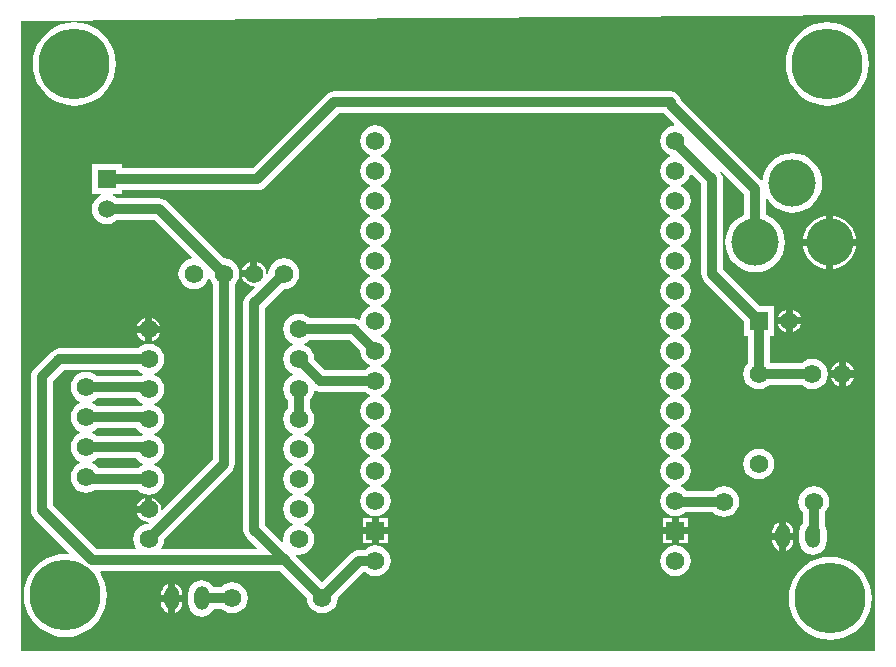
<source format=gbl>
G04 Layer_Physical_Order=2*
G04 Layer_Color=16711680*
%FSLAX25Y25*%
%MOIN*%
G70*
G01*
G75*
%ADD10O,0.05000X0.08000*%
%ADD11R,0.06201X0.06201*%
%ADD12C,0.06201*%
%ADD13C,0.15748*%
%ADD14C,0.23622*%
%ADD15C,0.06200*%
%ADD16C,0.05906*%
%ADD17R,0.05906X0.05906*%
%ADD18R,0.05906X0.05906*%
%ADD19C,0.03200*%
G36*
X288508Y461607D02*
X288508Y250354D01*
X288155Y250000D01*
X4100Y250000D01*
Y460000D01*
X288154Y461959D01*
X288508Y461607D01*
D02*
G37*
%LPC*%
G36*
X126226Y294218D02*
X123326D01*
Y291318D01*
X126226D01*
Y294218D01*
D02*
G37*
G36*
X220926D02*
X218026D01*
Y291318D01*
X220926D01*
Y294218D01*
D02*
G37*
G36*
X120926D02*
X118026D01*
Y291318D01*
X120926D01*
Y294218D01*
D02*
G37*
G36*
X256753Y293020D02*
X256188Y292786D01*
X255456Y292225D01*
X254895Y291493D01*
X254543Y290642D01*
X254423Y289728D01*
Y289428D01*
X256753D01*
Y293020D01*
D02*
G37*
G36*
X259153D02*
Y289428D01*
X261483D01*
Y289728D01*
X261363Y290642D01*
X261010Y291493D01*
X260449Y292225D01*
X259718Y292786D01*
X259153Y293020D01*
D02*
G37*
G36*
X249879Y317506D02*
X248547Y317331D01*
X247307Y316817D01*
X246241Y316000D01*
X245424Y314934D01*
X244910Y313694D01*
X244735Y312362D01*
X244910Y311031D01*
X245424Y309790D01*
X246241Y308725D01*
X247307Y307907D01*
X248547Y307394D01*
X249879Y307218D01*
X251210Y307394D01*
X252451Y307907D01*
X253516Y308725D01*
X254334Y309790D01*
X254848Y311031D01*
X255023Y312362D01*
X254848Y313694D01*
X254334Y314934D01*
X253516Y316000D01*
X252451Y316817D01*
X251210Y317331D01*
X249879Y317506D01*
D02*
G37*
G36*
X53013Y266359D02*
X50682D01*
Y266059D01*
X50803Y265145D01*
X51155Y264294D01*
X51716Y263563D01*
X52447Y263002D01*
X53013Y262768D01*
Y266359D01*
D02*
G37*
G36*
X45335Y301185D02*
X44467Y300826D01*
X43611Y300168D01*
X42954Y299312D01*
X42594Y298444D01*
X45335D01*
Y301185D01*
D02*
G37*
G36*
X64213Y273598D02*
X63038Y273443D01*
X61943Y272990D01*
X61003Y272269D01*
X60282Y271328D01*
X59828Y270234D01*
X59674Y269059D01*
Y266059D01*
X59828Y264884D01*
X60282Y263790D01*
X61003Y262850D01*
X61943Y262128D01*
X63038Y261675D01*
X64213Y261520D01*
X65387Y261675D01*
X66482Y262128D01*
X67422Y262850D01*
X68143Y263790D01*
X68283Y264128D01*
X70767D01*
X70772Y264122D01*
X71838Y263304D01*
X73078Y262790D01*
X74410Y262615D01*
X75741Y262790D01*
X76981Y263304D01*
X78047Y264122D01*
X78864Y265187D01*
X79378Y266428D01*
X79554Y267759D01*
X79378Y269090D01*
X78864Y270331D01*
X78047Y271396D01*
X76981Y272214D01*
X75741Y272728D01*
X74410Y272903D01*
X73078Y272728D01*
X71838Y272214D01*
X70772Y271396D01*
X70767Y271390D01*
X68096D01*
X67422Y272269D01*
X66482Y272990D01*
X65387Y273443D01*
X64213Y273598D01*
D02*
G37*
G36*
X226226Y294218D02*
X223326D01*
Y291318D01*
X226226D01*
Y294218D01*
D02*
G37*
G36*
X222126Y285262D02*
X220795Y285087D01*
X219554Y284573D01*
X218488Y283756D01*
X217671Y282690D01*
X217157Y281450D01*
X216982Y280118D01*
X217157Y278787D01*
X217671Y277546D01*
X218488Y276481D01*
X219554Y275663D01*
X220795Y275149D01*
X222126Y274974D01*
X223458Y275149D01*
X224698Y275663D01*
X225764Y276481D01*
X226581Y277546D01*
X227095Y278787D01*
X227270Y280118D01*
X227095Y281450D01*
X226581Y282690D01*
X225764Y283756D01*
X224698Y284573D01*
X223458Y285087D01*
X222126Y285262D01*
D02*
G37*
G36*
X268268Y304983D02*
X266936Y304808D01*
X265696Y304294D01*
X264630Y303477D01*
X263813Y302411D01*
X263299Y301171D01*
X263124Y299839D01*
X263299Y298508D01*
X263813Y297267D01*
X264630Y296202D01*
X264637Y296197D01*
Y292799D01*
X264022Y291998D01*
X263569Y290903D01*
X263414Y289728D01*
Y286728D01*
X263569Y285554D01*
X264022Y284459D01*
X264743Y283519D01*
X265683Y282798D01*
X266778Y282344D01*
X267953Y282189D01*
X269127Y282344D01*
X270222Y282798D01*
X271162Y283519D01*
X271884Y284459D01*
X272337Y285554D01*
X272492Y286728D01*
Y289728D01*
X272337Y290903D01*
X271899Y291961D01*
Y296197D01*
X271905Y296202D01*
X272723Y297267D01*
X273236Y298508D01*
X273412Y299839D01*
X273236Y301171D01*
X272723Y302411D01*
X271905Y303477D01*
X270840Y304294D01*
X269599Y304808D01*
X268268Y304983D01*
D02*
G37*
G36*
X55413Y272350D02*
Y268759D01*
X57743D01*
Y269059D01*
X57622Y269973D01*
X57270Y270824D01*
X56709Y271555D01*
X55978Y272116D01*
X55413Y272350D01*
D02*
G37*
G36*
X57743Y266359D02*
X55413D01*
Y262768D01*
X55978Y263002D01*
X56709Y263563D01*
X57270Y264294D01*
X57622Y265145D01*
X57743Y266059D01*
Y266359D01*
D02*
G37*
G36*
X53013Y272350D02*
X52447Y272116D01*
X51716Y271555D01*
X51155Y270824D01*
X50803Y269973D01*
X50682Y269059D01*
Y268759D01*
X53013D01*
Y272350D01*
D02*
G37*
G36*
X256753Y287028D02*
X254423D01*
Y286728D01*
X254543Y285815D01*
X254895Y284963D01*
X255456Y284232D01*
X256188Y283671D01*
X256753Y283437D01*
Y287028D01*
D02*
G37*
G36*
X220926Y288918D02*
X218026D01*
Y286018D01*
X220926D01*
Y288918D01*
D02*
G37*
G36*
X226226D02*
X223326D01*
Y286018D01*
X226226D01*
Y288918D01*
D02*
G37*
G36*
X126226D02*
X123326D01*
Y286018D01*
X126226D01*
Y288918D01*
D02*
G37*
G36*
X261483Y287028D02*
X259153D01*
Y283437D01*
X259718Y283671D01*
X260449Y284232D01*
X261010Y284963D01*
X261363Y285815D01*
X261483Y286728D01*
Y287028D01*
D02*
G37*
G36*
X120926Y288918D02*
X118026D01*
Y286018D01*
X120926D01*
Y288918D01*
D02*
G37*
G36*
X272304Y385060D02*
X264705D01*
X264758Y384520D01*
X265266Y382847D01*
X266090Y381306D01*
X267199Y379955D01*
X268550Y378846D01*
X270092Y378022D01*
X271764Y377514D01*
X272304Y377461D01*
Y385060D01*
D02*
G37*
G36*
X282303D02*
X274704D01*
Y377461D01*
X275243Y377514D01*
X276916Y378022D01*
X278458Y378846D01*
X279809Y379955D01*
X280918Y381306D01*
X281742Y382847D01*
X282249Y384520D01*
X282303Y385060D01*
D02*
G37*
G36*
X80414Y379768D02*
X79546Y379408D01*
X78690Y378751D01*
X78032Y377895D01*
X77673Y377027D01*
X80414D01*
Y379768D01*
D02*
G37*
G36*
X258879Y363860D02*
X258085Y363531D01*
X257260Y362898D01*
X256626Y362072D01*
X256297Y361279D01*
X258879D01*
Y363860D01*
D02*
G37*
G36*
X261279D02*
Y361279D01*
X263860D01*
X263531Y362072D01*
X262898Y362898D01*
X262072Y363531D01*
X261279Y363860D01*
D02*
G37*
G36*
X21732Y459562D02*
X19565Y459392D01*
X17451Y458884D01*
X15443Y458052D01*
X13589Y456917D01*
X11936Y455505D01*
X10524Y453852D01*
X9388Y451998D01*
X8557Y449990D01*
X8049Y447876D01*
X7879Y445709D01*
X8049Y443541D01*
X8557Y441428D01*
X9388Y439419D01*
X10524Y437566D01*
X11936Y435913D01*
X13589Y434501D01*
X15443Y433365D01*
X17451Y432533D01*
X19565Y432025D01*
X21732Y431855D01*
X23900Y432025D01*
X26013Y432533D01*
X28022Y433365D01*
X29875Y434501D01*
X31528Y435913D01*
X32940Y437566D01*
X34076Y439419D01*
X34908Y441428D01*
X35415Y443541D01*
X35586Y445709D01*
X35415Y447876D01*
X34908Y449990D01*
X34076Y451998D01*
X32940Y453852D01*
X31528Y455505D01*
X29875Y456917D01*
X28022Y458052D01*
X26013Y458884D01*
X23900Y459392D01*
X21732Y459562D01*
D02*
G37*
G36*
X272716Y459562D02*
X270549Y459392D01*
X268436Y458884D01*
X266427Y458052D01*
X264574Y456917D01*
X262920Y455505D01*
X261509Y453852D01*
X260373Y451998D01*
X259541Y449990D01*
X259033Y447876D01*
X258863Y445709D01*
X259033Y443541D01*
X259541Y441428D01*
X260373Y439419D01*
X261509Y437566D01*
X262920Y435913D01*
X264574Y434501D01*
X266427Y433365D01*
X268436Y432533D01*
X270549Y432025D01*
X272716Y431855D01*
X274884Y432025D01*
X276998Y432533D01*
X279006Y433365D01*
X280860Y434501D01*
X282513Y435913D01*
X283924Y437566D01*
X285060Y439419D01*
X285892Y441428D01*
X286400Y443541D01*
X286570Y445709D01*
X286400Y447876D01*
X285892Y449990D01*
X285060Y451998D01*
X283924Y453852D01*
X282513Y455505D01*
X280860Y456917D01*
X279006Y458052D01*
X276998Y458884D01*
X274884Y459392D01*
X272716Y459562D01*
D02*
G37*
G36*
X108346Y436545D02*
X107407Y436421D01*
X106531Y436058D01*
X105779Y435481D01*
X81252Y410954D01*
X37512D01*
Y412276D01*
X27606D01*
Y402370D01*
X30496D01*
X30595Y401870D01*
X30061Y401649D01*
X29027Y400855D01*
X28233Y399821D01*
X27734Y398616D01*
X27564Y397323D01*
X27734Y396030D01*
X28233Y394825D01*
X29027Y393791D01*
X30061Y392997D01*
X31266Y392498D01*
X32559Y392327D01*
X33852Y392498D01*
X35057Y392997D01*
X35963Y393692D01*
X48614D01*
X60967Y381338D01*
X60807Y380865D01*
X60283Y380796D01*
X59042Y380282D01*
X57977Y379464D01*
X57159Y378399D01*
X56645Y377158D01*
X56470Y375827D01*
X56645Y374495D01*
X57159Y373255D01*
X57977Y372189D01*
X59042Y371372D01*
X60283Y370858D01*
X61614Y370682D01*
X62946Y370858D01*
X64186Y371372D01*
X65252Y372189D01*
X66069Y373255D01*
X66344Y373917D01*
X66885D01*
X67159Y373255D01*
X67976Y372189D01*
X67983Y372184D01*
Y313827D01*
X51111Y296954D01*
X50662Y297176D01*
X50671Y297244D01*
X50530Y298314D01*
X50117Y299312D01*
X49460Y300168D01*
X48603Y300826D01*
X47735Y301185D01*
Y297244D01*
X46535D01*
Y296044D01*
X42594D01*
X42954Y295176D01*
X43611Y294320D01*
X44467Y293662D01*
X45465Y293249D01*
X46398Y293126D01*
X46595Y292771D01*
X46622Y292616D01*
X46456Y292378D01*
X45204Y292213D01*
X43963Y291699D01*
X42898Y290882D01*
X42080Y289816D01*
X41566Y288576D01*
X41391Y287244D01*
X41566Y285913D01*
X42080Y284672D01*
X42263Y284434D01*
X42042Y283985D01*
X29142D01*
X14576Y298551D01*
Y339874D01*
X18315Y343613D01*
X42893D01*
X42898Y343606D01*
X43963Y342789D01*
X44625Y342515D01*
Y341973D01*
X43963Y341699D01*
X43762Y341545D01*
X29312D01*
X29307Y341551D01*
X28242Y342369D01*
X27001Y342882D01*
X25669Y343058D01*
X24338Y342882D01*
X23097Y342369D01*
X22032Y341551D01*
X21214Y340486D01*
X20700Y339245D01*
X20525Y337913D01*
X20700Y336582D01*
X21214Y335341D01*
X22032Y334276D01*
X23097Y333458D01*
X23759Y333184D01*
Y332643D01*
X23097Y332369D01*
X22032Y331551D01*
X21214Y330486D01*
X20700Y329245D01*
X20525Y327913D01*
X20700Y326582D01*
X21214Y325341D01*
X22032Y324276D01*
X23097Y323458D01*
X23759Y323184D01*
Y322643D01*
X23097Y322369D01*
X22032Y321551D01*
X21214Y320486D01*
X20700Y319245D01*
X20525Y317913D01*
X20700Y316582D01*
X21214Y315341D01*
X22032Y314276D01*
X23097Y313458D01*
X23759Y313184D01*
Y312643D01*
X23097Y312369D01*
X22032Y311551D01*
X21214Y310486D01*
X20700Y309245D01*
X20525Y307913D01*
X20700Y306582D01*
X21214Y305341D01*
X22032Y304276D01*
X23097Y303458D01*
X24338Y302944D01*
X25669Y302769D01*
X27001Y302944D01*
X28242Y303458D01*
X28443Y303613D01*
X42893D01*
X42898Y303606D01*
X43963Y302789D01*
X45204Y302275D01*
X46535Y302100D01*
X47867Y302275D01*
X49108Y302789D01*
X50173Y303606D01*
X50991Y304672D01*
X51504Y305913D01*
X51680Y307244D01*
X51504Y308576D01*
X50991Y309816D01*
X50173Y310882D01*
X49108Y311699D01*
X48446Y311974D01*
Y312515D01*
X49108Y312789D01*
X50173Y313606D01*
X50991Y314672D01*
X51504Y315913D01*
X51680Y317244D01*
X51504Y318576D01*
X50991Y319816D01*
X50173Y320882D01*
X49108Y321699D01*
X48446Y321973D01*
Y322515D01*
X49108Y322789D01*
X50173Y323606D01*
X50991Y324672D01*
X51504Y325913D01*
X51680Y327244D01*
X51504Y328576D01*
X50991Y329816D01*
X50173Y330882D01*
X49108Y331699D01*
X48446Y331974D01*
Y332515D01*
X49108Y332789D01*
X50173Y333606D01*
X50991Y334672D01*
X51504Y335913D01*
X51680Y337244D01*
X51504Y338576D01*
X50991Y339816D01*
X50173Y340882D01*
X49108Y341699D01*
X48446Y341973D01*
Y342515D01*
X49108Y342789D01*
X50173Y343606D01*
X50991Y344672D01*
X51504Y345913D01*
X51680Y347244D01*
X51504Y348576D01*
X50991Y349816D01*
X50173Y350882D01*
X49108Y351699D01*
X47867Y352213D01*
X46535Y352389D01*
X45204Y352213D01*
X43963Y351699D01*
X42898Y350882D01*
X42893Y350875D01*
X16811D01*
X15871Y350751D01*
X14996Y350389D01*
X14243Y349812D01*
X14243Y349812D01*
X8377Y343946D01*
X7800Y343194D01*
X7438Y342318D01*
X7314Y341378D01*
Y297047D01*
X7438Y296108D01*
X7800Y295232D01*
X8377Y294480D01*
X20093Y282764D01*
X19884Y282310D01*
X18779Y282397D01*
X16612Y282226D01*
X14499Y281719D01*
X12490Y280887D01*
X10637Y279751D01*
X8984Y278339D01*
X7572Y276686D01*
X6436Y274833D01*
X5604Y272824D01*
X5096Y270710D01*
X4926Y268543D01*
X5096Y266376D01*
X5604Y264262D01*
X6436Y262254D01*
X7572Y260400D01*
X8984Y258747D01*
X10637Y257335D01*
X12490Y256200D01*
X14499Y255368D01*
X16612Y254860D01*
X18779Y254690D01*
X20947Y254860D01*
X23061Y255368D01*
X25069Y256200D01*
X26923Y257335D01*
X28576Y258747D01*
X29987Y260400D01*
X31123Y262254D01*
X31955Y264262D01*
X32463Y266376D01*
X32633Y268543D01*
X32463Y270710D01*
X31955Y272824D01*
X31123Y274833D01*
X30271Y276223D01*
X30551Y276723D01*
X90310D01*
X99266Y267767D01*
X99265Y267759D01*
X99441Y266428D01*
X99955Y265187D01*
X100772Y264122D01*
X101838Y263304D01*
X103078Y262790D01*
X104409Y262615D01*
X105741Y262790D01*
X106981Y263304D01*
X108047Y264122D01*
X108864Y265187D01*
X109378Y266428D01*
X109554Y267759D01*
X109552Y267767D01*
X118062Y276276D01*
X118488Y276481D01*
X119554Y275663D01*
X120794Y275149D01*
X122126Y274974D01*
X123457Y275149D01*
X124698Y275663D01*
X125764Y276481D01*
X126581Y277546D01*
X127095Y278787D01*
X127270Y280118D01*
X127095Y281450D01*
X126581Y282690D01*
X125764Y283756D01*
X124698Y284573D01*
X123457Y285087D01*
X122126Y285262D01*
X120794Y285087D01*
X119554Y284573D01*
X118488Y283756D01*
X118483Y283749D01*
X116769D01*
X116769Y283749D01*
X115829Y283626D01*
X114953Y283263D01*
X114201Y282686D01*
X114201Y282686D01*
X104417Y272902D01*
X104409Y272903D01*
X104402Y272902D01*
X95583Y281721D01*
X95816Y282194D01*
X96535Y282100D01*
X97867Y282275D01*
X99108Y282789D01*
X100173Y283606D01*
X100991Y284672D01*
X101505Y285913D01*
X101680Y287244D01*
X101505Y288576D01*
X100991Y289816D01*
X100173Y290882D01*
X99108Y291699D01*
X98446Y291973D01*
Y292515D01*
X99108Y292789D01*
X100173Y293606D01*
X100991Y294672D01*
X101505Y295913D01*
X101680Y297244D01*
X101505Y298576D01*
X100991Y299816D01*
X100173Y300882D01*
X99108Y301699D01*
X98446Y301974D01*
Y302515D01*
X99108Y302789D01*
X100173Y303606D01*
X100991Y304672D01*
X101505Y305913D01*
X101680Y307244D01*
X101505Y308576D01*
X100991Y309816D01*
X100173Y310882D01*
X99108Y311699D01*
X98446Y311974D01*
Y312515D01*
X99108Y312789D01*
X100173Y313606D01*
X100991Y314672D01*
X101505Y315913D01*
X101680Y317244D01*
X101505Y318576D01*
X100991Y319816D01*
X100173Y320882D01*
X99108Y321699D01*
X98446Y321973D01*
Y322515D01*
X99108Y322789D01*
X100173Y323606D01*
X100991Y324672D01*
X101505Y325913D01*
X101680Y327244D01*
X101505Y328576D01*
X100991Y329816D01*
X100173Y330882D01*
X100166Y330887D01*
Y333601D01*
X100173Y333606D01*
X100991Y334672D01*
X101505Y335913D01*
X101592Y336574D01*
X102093Y336862D01*
X102133Y336855D01*
X102722Y336611D01*
X103661Y336487D01*
X103662Y336487D01*
X118483D01*
X118488Y336480D01*
X119554Y335663D01*
X120216Y335389D01*
Y334847D01*
X119554Y334573D01*
X118488Y333756D01*
X117671Y332690D01*
X117157Y331450D01*
X116982Y330118D01*
X117157Y328787D01*
X117671Y327546D01*
X118488Y326481D01*
X119554Y325663D01*
X120216Y325389D01*
Y324848D01*
X119554Y324573D01*
X118488Y323756D01*
X117671Y322690D01*
X117157Y321450D01*
X116982Y320118D01*
X117157Y318787D01*
X117671Y317546D01*
X118488Y316480D01*
X119554Y315663D01*
X120216Y315389D01*
Y314847D01*
X119554Y314573D01*
X118488Y313756D01*
X117671Y312690D01*
X117157Y311450D01*
X116982Y310118D01*
X117157Y308787D01*
X117671Y307546D01*
X118488Y306481D01*
X119554Y305663D01*
X120216Y305389D01*
Y304848D01*
X119554Y304573D01*
X118488Y303756D01*
X117671Y302690D01*
X117157Y301450D01*
X116982Y300118D01*
X117157Y298787D01*
X117671Y297546D01*
X118488Y296480D01*
X119554Y295663D01*
X120794Y295149D01*
X122126Y294974D01*
X123457Y295149D01*
X124698Y295663D01*
X125764Y296480D01*
X126581Y297546D01*
X127095Y298787D01*
X127270Y300118D01*
X127095Y301450D01*
X126581Y302690D01*
X125764Y303756D01*
X124698Y304573D01*
X124036Y304848D01*
Y305389D01*
X124698Y305663D01*
X125764Y306481D01*
X126581Y307546D01*
X127095Y308787D01*
X127270Y310118D01*
X127095Y311450D01*
X126581Y312690D01*
X125764Y313756D01*
X124698Y314573D01*
X124036Y314847D01*
Y315389D01*
X124698Y315663D01*
X125764Y316480D01*
X126581Y317546D01*
X127095Y318787D01*
X127270Y320118D01*
X127095Y321450D01*
X126581Y322690D01*
X125764Y323756D01*
X124698Y324573D01*
X124036Y324848D01*
Y325389D01*
X124698Y325663D01*
X125764Y326481D01*
X126581Y327546D01*
X127095Y328787D01*
X127270Y330118D01*
X127095Y331450D01*
X126581Y332690D01*
X125764Y333756D01*
X124698Y334573D01*
X124036Y334847D01*
Y335389D01*
X124698Y335663D01*
X125764Y336480D01*
X126581Y337546D01*
X127095Y338787D01*
X127270Y340118D01*
X127095Y341450D01*
X126581Y342690D01*
X125764Y343756D01*
X124698Y344573D01*
X124036Y344847D01*
Y345389D01*
X124698Y345663D01*
X125764Y346480D01*
X126581Y347546D01*
X127095Y348787D01*
X127270Y350118D01*
X127095Y351450D01*
X126581Y352690D01*
X125764Y353756D01*
X124698Y354573D01*
X124036Y354848D01*
Y355389D01*
X124698Y355663D01*
X125764Y356481D01*
X126581Y357546D01*
X127095Y358787D01*
X127270Y360118D01*
X127095Y361450D01*
X126581Y362690D01*
X125764Y363756D01*
X124698Y364573D01*
X124036Y364847D01*
Y365389D01*
X124698Y365663D01*
X125764Y366480D01*
X126581Y367546D01*
X127095Y368787D01*
X127270Y370118D01*
X127095Y371450D01*
X126581Y372690D01*
X125764Y373756D01*
X124698Y374573D01*
X124036Y374848D01*
Y375389D01*
X124698Y375663D01*
X125764Y376481D01*
X126581Y377546D01*
X127095Y378787D01*
X127270Y380118D01*
X127095Y381450D01*
X126581Y382690D01*
X125764Y383756D01*
X124698Y384573D01*
X124036Y384847D01*
Y385389D01*
X124698Y385663D01*
X125764Y386480D01*
X126581Y387546D01*
X127095Y388787D01*
X127270Y390118D01*
X127095Y391450D01*
X126581Y392690D01*
X125764Y393756D01*
X124698Y394573D01*
X124036Y394847D01*
Y395389D01*
X124698Y395663D01*
X125764Y396480D01*
X126581Y397546D01*
X127095Y398787D01*
X127270Y400118D01*
X127095Y401450D01*
X126581Y402690D01*
X125764Y403756D01*
X124698Y404573D01*
X124036Y404847D01*
Y405389D01*
X124698Y405663D01*
X125764Y406481D01*
X126581Y407546D01*
X127095Y408787D01*
X127270Y410118D01*
X127095Y411450D01*
X126581Y412690D01*
X125764Y413756D01*
X124698Y414573D01*
X124036Y414848D01*
Y415389D01*
X124698Y415663D01*
X125764Y416480D01*
X126581Y417546D01*
X127095Y418787D01*
X127270Y420118D01*
X127095Y421450D01*
X126581Y422690D01*
X125764Y423756D01*
X124698Y424573D01*
X123457Y425087D01*
X122126Y425262D01*
X120794Y425087D01*
X119554Y424573D01*
X118488Y423756D01*
X117671Y422690D01*
X117157Y421450D01*
X116982Y420118D01*
X117157Y418787D01*
X117671Y417546D01*
X118488Y416480D01*
X119554Y415663D01*
X120216Y415389D01*
Y414848D01*
X119554Y414573D01*
X118488Y413756D01*
X117671Y412690D01*
X117157Y411450D01*
X116982Y410118D01*
X117157Y408787D01*
X117671Y407546D01*
X118488Y406481D01*
X119554Y405663D01*
X120216Y405389D01*
Y404847D01*
X119554Y404573D01*
X118488Y403756D01*
X117671Y402690D01*
X117157Y401450D01*
X116982Y400118D01*
X117157Y398787D01*
X117671Y397546D01*
X118488Y396480D01*
X119554Y395663D01*
X120216Y395389D01*
Y394847D01*
X119554Y394573D01*
X118488Y393756D01*
X117671Y392690D01*
X117157Y391450D01*
X116982Y390118D01*
X117157Y388787D01*
X117671Y387546D01*
X118488Y386480D01*
X119554Y385663D01*
X120216Y385389D01*
Y384847D01*
X119554Y384573D01*
X118488Y383756D01*
X117671Y382690D01*
X117157Y381450D01*
X116982Y380118D01*
X117157Y378787D01*
X117671Y377546D01*
X118488Y376481D01*
X119554Y375663D01*
X120216Y375389D01*
Y374848D01*
X119554Y374573D01*
X118488Y373756D01*
X117671Y372690D01*
X117157Y371450D01*
X116982Y370118D01*
X117157Y368787D01*
X117671Y367546D01*
X118488Y366480D01*
X119554Y365663D01*
X120216Y365389D01*
Y364847D01*
X119554Y364573D01*
X118488Y363756D01*
X117671Y362690D01*
X117157Y361450D01*
X117070Y360788D01*
X116528Y360508D01*
X115940Y360751D01*
X115000Y360875D01*
X100178D01*
X100173Y360882D01*
X99108Y361699D01*
X97867Y362213D01*
X96535Y362388D01*
X95204Y362213D01*
X93963Y361699D01*
X92898Y360882D01*
X92080Y359816D01*
X91566Y358576D01*
X91391Y357244D01*
X91566Y355913D01*
X92080Y354672D01*
X92898Y353606D01*
X93963Y352789D01*
X94625Y352515D01*
Y351974D01*
X93963Y351699D01*
X92898Y350882D01*
X92080Y349816D01*
X91566Y348576D01*
X91391Y347244D01*
X91566Y345913D01*
X92080Y344672D01*
X92898Y343606D01*
X93963Y342789D01*
X94625Y342515D01*
Y341973D01*
X93963Y341699D01*
X92898Y340882D01*
X92080Y339816D01*
X91566Y338576D01*
X91391Y337244D01*
X91566Y335913D01*
X92080Y334672D01*
X92898Y333606D01*
X92904Y333601D01*
Y330887D01*
X92898Y330882D01*
X92080Y329816D01*
X91566Y328576D01*
X91391Y327244D01*
X91566Y325913D01*
X92080Y324672D01*
X92898Y323606D01*
X93963Y322789D01*
X94625Y322515D01*
Y321973D01*
X93963Y321699D01*
X92898Y320882D01*
X92080Y319816D01*
X91566Y318576D01*
X91391Y317244D01*
X91566Y315913D01*
X92080Y314672D01*
X92898Y313606D01*
X93963Y312789D01*
X94625Y312515D01*
Y311974D01*
X93963Y311699D01*
X92898Y310882D01*
X92080Y309816D01*
X91566Y308576D01*
X91391Y307244D01*
X91566Y305913D01*
X92080Y304672D01*
X92898Y303606D01*
X93963Y302789D01*
X94625Y302515D01*
Y301974D01*
X93963Y301699D01*
X92898Y300882D01*
X92080Y299816D01*
X91566Y298576D01*
X91391Y297244D01*
X91566Y295913D01*
X92080Y294672D01*
X92898Y293606D01*
X93963Y292789D01*
X94625Y292515D01*
Y291973D01*
X93963Y291699D01*
X92898Y290882D01*
X92080Y289816D01*
X91566Y288576D01*
X91391Y287244D01*
X91486Y286525D01*
X91012Y286292D01*
X85403Y291901D01*
Y364480D01*
X91606Y370683D01*
X91614Y370682D01*
X92946Y370858D01*
X94186Y371372D01*
X95252Y372189D01*
X96069Y373255D01*
X96583Y374495D01*
X96759Y375827D01*
X96583Y377158D01*
X96069Y378399D01*
X95252Y379464D01*
X94186Y380282D01*
X92946Y380796D01*
X91614Y380971D01*
X90283Y380796D01*
X89042Y380282D01*
X87976Y379464D01*
X87159Y378399D01*
X86645Y377158D01*
X86480Y375906D01*
X86243Y375740D01*
X86088Y375767D01*
X85732Y375964D01*
X85609Y376897D01*
X85196Y377895D01*
X84539Y378751D01*
X83682Y379408D01*
X82814Y379768D01*
Y375827D01*
X81614D01*
Y374627D01*
X77673D01*
X78032Y373759D01*
X78690Y372902D01*
X79546Y372245D01*
X80544Y371832D01*
X81614Y371691D01*
X81683Y371700D01*
X81904Y371252D01*
X79204Y368552D01*
X78627Y367800D01*
X78264Y366924D01*
X78141Y365984D01*
Y290397D01*
X78264Y289457D01*
X78627Y288581D01*
X79204Y287829D01*
X82586Y284447D01*
X82395Y283985D01*
X51029D01*
X50808Y284434D01*
X50991Y284672D01*
X51504Y285913D01*
X51680Y287244D01*
X51679Y287252D01*
X74182Y309755D01*
X74182Y309755D01*
X74759Y310507D01*
X75121Y311383D01*
X75245Y312323D01*
Y372184D01*
X75252Y372189D01*
X76069Y373255D01*
X76583Y374495D01*
X76759Y375827D01*
X76583Y377158D01*
X76069Y378399D01*
X75252Y379464D01*
X74186Y380282D01*
X72946Y380796D01*
X71614Y380971D01*
X71606Y380970D01*
X52686Y399890D01*
X51934Y400467D01*
X51058Y400830D01*
X50118Y400954D01*
X35963D01*
X35057Y401649D01*
X34523Y401870D01*
X34623Y402370D01*
X37512D01*
Y403692D01*
X82756D01*
X83696Y403816D01*
X84571Y404178D01*
X85324Y404755D01*
X109851Y429282D01*
X218260D01*
X221816Y425726D01*
X221637Y425198D01*
X220795Y425087D01*
X219554Y424573D01*
X218488Y423756D01*
X217671Y422690D01*
X217157Y421450D01*
X216982Y420118D01*
X217157Y418787D01*
X217671Y417546D01*
X218488Y416480D01*
X219554Y415663D01*
X220216Y415389D01*
Y414848D01*
X219554Y414573D01*
X218488Y413756D01*
X217671Y412690D01*
X217157Y411450D01*
X216982Y410118D01*
X217157Y408787D01*
X217671Y407546D01*
X218488Y406481D01*
X219554Y405663D01*
X220216Y405389D01*
Y404847D01*
X219554Y404573D01*
X218488Y403756D01*
X217671Y402690D01*
X217157Y401450D01*
X216982Y400118D01*
X217157Y398787D01*
X217671Y397546D01*
X218488Y396480D01*
X219554Y395663D01*
X220216Y395389D01*
Y394847D01*
X219554Y394573D01*
X218488Y393756D01*
X217671Y392690D01*
X217157Y391450D01*
X216982Y390118D01*
X217157Y388787D01*
X217671Y387546D01*
X218488Y386480D01*
X219554Y385663D01*
X220216Y385389D01*
Y384847D01*
X219554Y384573D01*
X218488Y383756D01*
X217671Y382690D01*
X217157Y381450D01*
X216982Y380118D01*
X217157Y378787D01*
X217671Y377546D01*
X218488Y376481D01*
X219554Y375663D01*
X220216Y375389D01*
Y374848D01*
X219554Y374573D01*
X218488Y373756D01*
X217671Y372690D01*
X217157Y371450D01*
X216982Y370118D01*
X217157Y368787D01*
X217671Y367546D01*
X218488Y366480D01*
X219554Y365663D01*
X220216Y365389D01*
Y364847D01*
X219554Y364573D01*
X218488Y363756D01*
X217671Y362690D01*
X217157Y361450D01*
X216982Y360118D01*
X217157Y358787D01*
X217671Y357546D01*
X218488Y356481D01*
X219554Y355663D01*
X220216Y355389D01*
Y354848D01*
X219554Y354573D01*
X218488Y353756D01*
X217671Y352690D01*
X217157Y351450D01*
X216982Y350118D01*
X217157Y348787D01*
X217671Y347546D01*
X218488Y346480D01*
X219554Y345663D01*
X220216Y345389D01*
Y344847D01*
X219554Y344573D01*
X218488Y343756D01*
X217671Y342690D01*
X217157Y341450D01*
X216982Y340118D01*
X217157Y338787D01*
X217671Y337546D01*
X218488Y336480D01*
X219554Y335663D01*
X220216Y335389D01*
Y334847D01*
X219554Y334573D01*
X218488Y333756D01*
X217671Y332690D01*
X217157Y331450D01*
X216982Y330118D01*
X217157Y328787D01*
X217671Y327546D01*
X218488Y326481D01*
X219554Y325663D01*
X220216Y325389D01*
Y324848D01*
X219554Y324573D01*
X218488Y323756D01*
X217671Y322690D01*
X217157Y321450D01*
X216982Y320118D01*
X217157Y318787D01*
X217671Y317546D01*
X218488Y316480D01*
X219554Y315663D01*
X220216Y315389D01*
Y314847D01*
X219554Y314573D01*
X218488Y313756D01*
X217671Y312690D01*
X217157Y311450D01*
X216982Y310118D01*
X217157Y308787D01*
X217671Y307546D01*
X218488Y306481D01*
X219554Y305663D01*
X220216Y305389D01*
Y304848D01*
X219554Y304573D01*
X218488Y303756D01*
X217671Y302690D01*
X217157Y301450D01*
X216982Y300118D01*
X217157Y298787D01*
X217671Y297546D01*
X218488Y296480D01*
X219554Y295663D01*
X220795Y295149D01*
X222126Y294974D01*
X223458Y295149D01*
X224698Y295663D01*
X225409Y296208D01*
X234626D01*
X234630Y296202D01*
X235696Y295385D01*
X236936Y294871D01*
X238268Y294695D01*
X239599Y294871D01*
X240840Y295385D01*
X241905Y296202D01*
X242723Y297267D01*
X243236Y298508D01*
X243412Y299839D01*
X243236Y301171D01*
X242723Y302411D01*
X241905Y303477D01*
X240840Y304294D01*
X239599Y304808D01*
X238268Y304983D01*
X236936Y304808D01*
X235696Y304294D01*
X234630Y303477D01*
X234626Y303470D01*
X225982D01*
X225764Y303756D01*
X224698Y304573D01*
X224036Y304848D01*
Y305389D01*
X224698Y305663D01*
X225764Y306481D01*
X226581Y307546D01*
X227095Y308787D01*
X227270Y310118D01*
X227095Y311450D01*
X226581Y312690D01*
X225764Y313756D01*
X224698Y314573D01*
X224036Y314847D01*
Y315389D01*
X224698Y315663D01*
X225764Y316480D01*
X226581Y317546D01*
X227095Y318787D01*
X227270Y320118D01*
X227095Y321450D01*
X226581Y322690D01*
X225764Y323756D01*
X224698Y324573D01*
X224036Y324848D01*
Y325389D01*
X224698Y325663D01*
X225764Y326481D01*
X226581Y327546D01*
X227095Y328787D01*
X227270Y330118D01*
X227095Y331450D01*
X226581Y332690D01*
X225764Y333756D01*
X224698Y334573D01*
X224036Y334847D01*
Y335389D01*
X224698Y335663D01*
X225764Y336480D01*
X226581Y337546D01*
X227095Y338787D01*
X227270Y340118D01*
X227095Y341450D01*
X226581Y342690D01*
X225764Y343756D01*
X224698Y344573D01*
X224036Y344847D01*
Y345389D01*
X224698Y345663D01*
X225764Y346480D01*
X226581Y347546D01*
X227095Y348787D01*
X227270Y350118D01*
X227095Y351450D01*
X226581Y352690D01*
X225764Y353756D01*
X224698Y354573D01*
X224036Y354848D01*
Y355389D01*
X224698Y355663D01*
X225764Y356481D01*
X226581Y357546D01*
X227095Y358787D01*
X227270Y360118D01*
X227095Y361450D01*
X226581Y362690D01*
X225764Y363756D01*
X224698Y364573D01*
X224036Y364847D01*
Y365389D01*
X224698Y365663D01*
X225764Y366480D01*
X226581Y367546D01*
X227095Y368787D01*
X227270Y370118D01*
X227095Y371450D01*
X226581Y372690D01*
X225764Y373756D01*
X224698Y374573D01*
X224036Y374848D01*
Y375389D01*
X224698Y375663D01*
X225764Y376481D01*
X226581Y377546D01*
X227095Y378787D01*
X227270Y380118D01*
X227095Y381450D01*
X226581Y382690D01*
X225764Y383756D01*
X224698Y384573D01*
X224036Y384847D01*
Y385389D01*
X224698Y385663D01*
X225764Y386480D01*
X226581Y387546D01*
X227095Y388787D01*
X227270Y390118D01*
X227095Y391450D01*
X226581Y392690D01*
X225764Y393756D01*
X224698Y394573D01*
X224036Y394847D01*
Y395389D01*
X224698Y395663D01*
X225764Y396480D01*
X226581Y397546D01*
X227095Y398787D01*
X227270Y400118D01*
X227095Y401450D01*
X226581Y402690D01*
X225764Y403756D01*
X224698Y404573D01*
X224036Y404847D01*
Y405389D01*
X224698Y405663D01*
X225764Y406481D01*
X226581Y407546D01*
X227075Y408737D01*
X227431Y408903D01*
X227569Y408950D01*
X230700Y405819D01*
Y375827D01*
X230823Y374887D01*
X231186Y374011D01*
X231763Y373259D01*
X245126Y359896D01*
Y355126D01*
X246448D01*
Y346158D01*
X246241Y346000D01*
X245424Y344934D01*
X244910Y343694D01*
X244735Y342362D01*
X244910Y341031D01*
X245424Y339790D01*
X246241Y338725D01*
X247307Y337907D01*
X248547Y337393D01*
X249879Y337218D01*
X251210Y337393D01*
X252451Y337907D01*
X253516Y338725D01*
X253521Y338731D01*
X264153D01*
X264158Y338725D01*
X265223Y337907D01*
X266464Y337393D01*
X267795Y337218D01*
X269127Y337393D01*
X270367Y337907D01*
X271433Y338725D01*
X272250Y339790D01*
X272764Y341031D01*
X272939Y342362D01*
X272764Y343694D01*
X272250Y344934D01*
X271433Y346000D01*
X270367Y346817D01*
X269127Y347331D01*
X267795Y347506D01*
X266464Y347331D01*
X265223Y346817D01*
X264158Y346000D01*
X264153Y345993D01*
X253710D01*
Y355126D01*
X255031D01*
Y365032D01*
X250261D01*
X237962Y377331D01*
Y407323D01*
X237838Y408263D01*
X237475Y409138D01*
X236898Y409890D01*
X236898Y409890D01*
X227566Y419223D01*
X227574Y419261D01*
X228124Y419418D01*
X245070Y402472D01*
Y395477D01*
X244904Y395426D01*
X243189Y394510D01*
X241685Y393276D01*
X240451Y391772D01*
X239534Y390057D01*
X238970Y388195D01*
X238779Y386260D01*
X238970Y384324D01*
X239534Y382463D01*
X240451Y380748D01*
X241685Y379244D01*
X243189Y378010D01*
X244904Y377093D01*
X246765Y376529D01*
X248701Y376338D01*
X250636Y376529D01*
X252498Y377093D01*
X254213Y378010D01*
X255716Y379244D01*
X256950Y380748D01*
X257867Y382463D01*
X258432Y384324D01*
X258623Y386260D01*
X258432Y388195D01*
X257867Y390057D01*
X256950Y391772D01*
X255716Y393276D01*
X254213Y394510D01*
X252498Y395426D01*
X252332Y395477D01*
Y400536D01*
X252817Y400657D01*
X252853Y400590D01*
X254087Y399087D01*
X255590Y397853D01*
X257306Y396936D01*
X259167Y396371D01*
X261102Y396181D01*
X263038Y396371D01*
X264899Y396936D01*
X266615Y397853D01*
X268118Y399087D01*
X269352Y400590D01*
X270269Y402306D01*
X270833Y404167D01*
X271024Y406102D01*
X270833Y408038D01*
X270269Y409899D01*
X269352Y411615D01*
X268118Y413118D01*
X266615Y414352D01*
X264899Y415269D01*
X263038Y415834D01*
X261102Y416024D01*
X259167Y415834D01*
X257306Y415269D01*
X255590Y414352D01*
X254087Y413118D01*
X252853Y411615D01*
X251936Y409899D01*
X251371Y408038D01*
X251285Y407166D01*
X250815Y406998D01*
X224074Y433739D01*
X224059Y433853D01*
X223696Y434729D01*
X223119Y435481D01*
X222367Y436058D01*
X221491Y436421D01*
X220551Y436544D01*
X108346D01*
X108346Y436545D01*
D02*
G37*
G36*
X272304Y395059D02*
X271764Y395005D01*
X270092Y394498D01*
X268550Y393674D01*
X267199Y392565D01*
X266090Y391214D01*
X265266Y389672D01*
X264758Y387999D01*
X264705Y387460D01*
X272304D01*
Y395059D01*
D02*
G37*
G36*
X274704D02*
Y387460D01*
X282303D01*
X282249Y387999D01*
X281742Y389672D01*
X280918Y391214D01*
X279809Y392565D01*
X278458Y393674D01*
X276916Y394498D01*
X275243Y395005D01*
X274704Y395059D01*
D02*
G37*
G36*
X47735Y361185D02*
Y358444D01*
X50477D01*
X50117Y359312D01*
X49460Y360169D01*
X48603Y360826D01*
X47735Y361185D01*
D02*
G37*
G36*
X276595Y346303D02*
X275728Y345943D01*
X274871Y345286D01*
X274214Y344430D01*
X273854Y343562D01*
X276595D01*
Y346303D01*
D02*
G37*
G36*
X278995D02*
Y343562D01*
X281736D01*
X281377Y344430D01*
X280719Y345286D01*
X279863Y345943D01*
X278995Y346303D01*
D02*
G37*
G36*
X281736Y341162D02*
X278995D01*
Y338422D01*
X279863Y338781D01*
X280719Y339438D01*
X281377Y340295D01*
X281736Y341162D01*
D02*
G37*
G36*
X273701Y281413D02*
X271534Y281242D01*
X269420Y280735D01*
X267411Y279903D01*
X265558Y278767D01*
X263905Y277355D01*
X262493Y275702D01*
X261357Y273849D01*
X260525Y271840D01*
X260018Y269726D01*
X259847Y267559D01*
X260018Y265392D01*
X260525Y263278D01*
X261357Y261270D01*
X262493Y259416D01*
X263905Y257763D01*
X265558Y256351D01*
X267411Y255215D01*
X269420Y254383D01*
X271534Y253876D01*
X273701Y253705D01*
X275868Y253876D01*
X277982Y254383D01*
X279990Y255215D01*
X281844Y256351D01*
X283497Y257763D01*
X284909Y259416D01*
X286045Y261270D01*
X286877Y263278D01*
X287384Y265392D01*
X287555Y267559D01*
X287384Y269726D01*
X286877Y271840D01*
X286045Y273849D01*
X284909Y275702D01*
X283497Y277355D01*
X281844Y278767D01*
X279990Y279903D01*
X277982Y280735D01*
X275868Y281242D01*
X273701Y281413D01*
D02*
G37*
G36*
X276595Y341162D02*
X273854D01*
X274214Y340295D01*
X274871Y339438D01*
X275728Y338781D01*
X276595Y338422D01*
Y341162D01*
D02*
G37*
G36*
X263860Y358879D02*
X261279D01*
Y356297D01*
X262072Y356626D01*
X262898Y357260D01*
X263531Y358085D01*
X263860Y358879D01*
D02*
G37*
G36*
X45335Y361185D02*
X44467Y360826D01*
X43611Y360169D01*
X42954Y359312D01*
X42594Y358444D01*
X45335D01*
Y361185D01*
D02*
G37*
G36*
X258879Y358879D02*
X256297D01*
X256626Y358085D01*
X257260Y357260D01*
X258085Y356626D01*
X258879Y356297D01*
Y358879D01*
D02*
G37*
G36*
X45335Y356044D02*
X42594D01*
X42954Y355176D01*
X43611Y354320D01*
X44467Y353662D01*
X45335Y353303D01*
Y356044D01*
D02*
G37*
G36*
X50477D02*
X47735D01*
Y353303D01*
X48603Y353662D01*
X49460Y354320D01*
X50117Y355176D01*
X50477Y356044D01*
D02*
G37*
%LPD*%
G36*
X42898Y333606D02*
X43963Y332789D01*
X44625Y332515D01*
Y331974D01*
X43963Y331699D01*
X43762Y331544D01*
X29312D01*
X29307Y331551D01*
X28242Y332369D01*
X27580Y332643D01*
Y333184D01*
X28242Y333458D01*
X29307Y334276D01*
X29312Y334282D01*
X42379D01*
X42898Y333606D01*
D02*
G37*
G36*
X116983Y350126D02*
X116982Y350118D01*
X117157Y348787D01*
X117671Y347546D01*
X118488Y346480D01*
X119554Y345663D01*
X120216Y345389D01*
Y344847D01*
X119554Y344573D01*
X118488Y343756D01*
X118483Y343749D01*
X105166D01*
X101679Y347236D01*
X101680Y347244D01*
X101505Y348576D01*
X100991Y349816D01*
X100173Y350882D01*
X99108Y351699D01*
X98446Y351974D01*
Y352515D01*
X99108Y352789D01*
X100173Y353606D01*
X100178Y353613D01*
X113496D01*
X116983Y350126D01*
D02*
G37*
G36*
X42898Y313606D02*
X43963Y312789D01*
X44625Y312515D01*
Y311974D01*
X43963Y311699D01*
X42898Y310882D01*
X42893Y310875D01*
X29825D01*
X29307Y311551D01*
X28242Y312369D01*
X27580Y312643D01*
Y313184D01*
X28242Y313458D01*
X29307Y314276D01*
X29312Y314282D01*
X42379D01*
X42898Y313606D01*
D02*
G37*
G36*
Y323606D02*
X43963Y322789D01*
X44625Y322515D01*
Y321973D01*
X43963Y321699D01*
X43762Y321545D01*
X29312D01*
X29307Y321551D01*
X28242Y322369D01*
X27580Y322643D01*
Y323184D01*
X28242Y323458D01*
X29307Y324276D01*
X29312Y324282D01*
X42379D01*
X42898Y323606D01*
D02*
G37*
D10*
X64213Y267559D02*
D03*
X54213D02*
D03*
X267953Y288228D02*
D03*
X257953D02*
D03*
D11*
X122126Y290118D02*
D03*
X222126D02*
D03*
D12*
Y420118D02*
D03*
Y410118D02*
D03*
Y400118D02*
D03*
Y390118D02*
D03*
Y380118D02*
D03*
Y370118D02*
D03*
Y360118D02*
D03*
Y350118D02*
D03*
Y340118D02*
D03*
Y330118D02*
D03*
Y320118D02*
D03*
Y310118D02*
D03*
Y300118D02*
D03*
Y280118D02*
D03*
X122126D02*
D03*
Y300118D02*
D03*
Y310118D02*
D03*
Y320118D02*
D03*
Y330118D02*
D03*
Y340118D02*
D03*
Y350118D02*
D03*
Y360118D02*
D03*
Y370118D02*
D03*
Y380118D02*
D03*
Y390118D02*
D03*
Y400118D02*
D03*
Y410118D02*
D03*
Y420118D02*
D03*
X91614Y375827D02*
D03*
X81614D02*
D03*
X71614D02*
D03*
X61614D02*
D03*
X96535Y287244D02*
D03*
Y297244D02*
D03*
Y307244D02*
D03*
Y317244D02*
D03*
Y327244D02*
D03*
Y337244D02*
D03*
Y347244D02*
D03*
Y357244D02*
D03*
X46535D02*
D03*
Y347244D02*
D03*
Y337244D02*
D03*
Y327244D02*
D03*
Y317244D02*
D03*
Y307244D02*
D03*
Y297244D02*
D03*
Y287244D02*
D03*
X25669Y337913D02*
D03*
Y327913D02*
D03*
Y317913D02*
D03*
Y307913D02*
D03*
D13*
X261102Y406102D02*
D03*
X248701Y386260D02*
D03*
X273504D02*
D03*
D14*
X21732Y445709D02*
D03*
X18779Y268543D02*
D03*
X273701Y267559D02*
D03*
X272716Y445709D02*
D03*
D15*
X238268Y299839D02*
D03*
X268268D02*
D03*
X277795Y342362D02*
D03*
X267795D02*
D03*
X249879D02*
D03*
Y312362D02*
D03*
X104409Y267759D02*
D03*
X74410D02*
D03*
D16*
X260079Y360079D02*
D03*
X32559Y397323D02*
D03*
D17*
X250079Y360079D02*
D03*
D18*
X32559Y407323D02*
D03*
D19*
Y397323D02*
X50118D01*
X71614Y375827D01*
X32559Y407323D02*
X82756D01*
X108346Y432913D01*
X25669Y337913D02*
X45866D01*
X46535Y337244D01*
X25669Y327913D02*
X45866D01*
X46535Y327244D01*
X25669Y317913D02*
X45866D01*
X46535Y317244D01*
X25669Y307913D02*
X26339Y307244D01*
X46535D01*
X116769Y280118D02*
X122126D01*
X104409Y267759D02*
X116769Y280118D01*
X64413Y267759D02*
X74410D01*
X64213Y267559D02*
X64413Y267759D01*
X81772Y365984D02*
X91614Y375827D01*
X96535Y347244D02*
X103661Y340118D01*
X122126D01*
X96535Y357244D02*
X115000D01*
X122126Y350118D01*
X81772Y290397D02*
Y365984D01*
X46535Y287244D02*
X71614Y312323D01*
Y375827D01*
X16811Y347244D02*
X46535D01*
X27638Y280354D02*
X91414D01*
X91614Y280554D01*
X81772Y290397D02*
X91614Y280554D01*
X104409Y267759D01*
X10945Y341378D02*
X16811Y347244D01*
X10945Y297047D02*
Y341378D01*
Y297047D02*
X27638Y280354D01*
X96535Y327244D02*
Y337244D01*
X222405Y299839D02*
X238268D01*
X222126Y300118D02*
X222405Y299839D01*
X108346Y432913D02*
X220551D01*
X268268Y288543D02*
Y299839D01*
X267953Y288228D02*
X268268Y288543D01*
X248701Y386260D02*
Y403976D01*
X220551Y432126D02*
Y432913D01*
Y432126D02*
X248701Y403976D01*
X222126Y419528D02*
Y420118D01*
Y419528D02*
X234331Y407323D01*
Y375827D02*
Y407323D01*
Y375827D02*
X250079Y360079D01*
Y342562D02*
Y360079D01*
X250279Y342362D02*
X267795D01*
X250079Y342562D02*
X250279Y342362D01*
M02*

</source>
